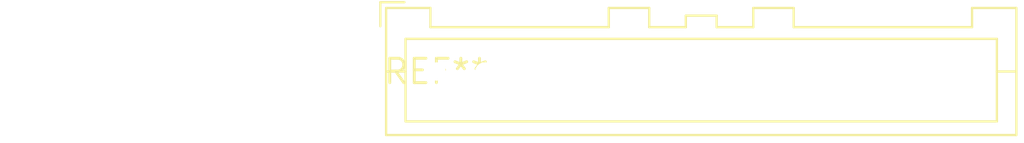
<source format=kicad_pcb>
(kicad_pcb (version 20240108) (generator pcbnew)
  (layers (0 "F.Cu" signal) (31 "B.Cu" signal) (34 "B.Paste" user) (35 "F.Paste" user) (36 "B.SilkS" user "B.Silkscreen") (37 "F.SilkS" user "F.Silkscreen") (38 "B.Mask" user) (39 "F.Mask" user) (44 "Edge.Cuts" user))
  (net 0 "")
  (footprint "JST_XA_B12B-XASK-1_1x12_P2.50mm_Vertical" (layer "F.Cu") (at 0 0)
    (property "Reference" "REF**")
    (property "Value" "JST_XA_B12B-XASK-1_1x12_P2.50mm_Vertical")
    (fp_line (start -2.91 -3.61) (end -2.91 -2.36) (layer "F.SilkS") (stroke (width 0.12)))
    (fp_line (start -2.61 -3.31) (end -2.61 3.31) (layer "F.SilkS") (stroke (width 0.12)))
    (fp_line (start -2.61 0) (end -1.6 0) (layer "F.SilkS") (stroke (width 0.12)))
    (fp_line (start -2.61 3.31) (end 30.11 3.31) (layer "F.SilkS") (stroke (width 0.12)))
    (fp_line (start -1.66 -3.61) (end -2.91 -3.61) (layer "F.SilkS") (stroke (width 0.12)))
    (fp_line (start -1.6 -1.7) (end -1.6 2.6) (layer "F.SilkS") (stroke (width 0.12)))
    (fp_line (start -1.6 2.6) (end 29.1 2.6) (layer "F.SilkS") (stroke (width 0.12)))
    (fp_line (start -0.31 -3.31) (end -2.61 -3.31) (layer "F.SilkS") (stroke (width 0.12)))
    (fp_line (start -0.31 -2.31) (end -0.31 -3.31) (layer "F.SilkS") (stroke (width 0.12)))
    (fp_line (start 8.95 -3.31) (end 8.95 -2.31) (layer "F.SilkS") (stroke (width 0.12)))
    (fp_line (start 8.95 -2.31) (end -0.31 -2.31) (layer "F.SilkS") (stroke (width 0.12)))
    (fp_line (start 11.05 -3.31) (end 8.95 -3.31) (layer "F.SilkS") (stroke (width 0.12)))
    (fp_line (start 11.05 -2.31) (end 11.05 -3.31) (layer "F.SilkS") (stroke (width 0.12)))
    (fp_line (start 12.95 -2.91) (end 12.95 -2.31) (layer "F.SilkS") (stroke (width 0.12)))
    (fp_line (start 12.95 -2.31) (end 11.05 -2.31) (layer "F.SilkS") (stroke (width 0.12)))
    (fp_line (start 14.55 -2.91) (end 12.95 -2.91) (layer "F.SilkS") (stroke (width 0.12)))
    (fp_line (start 14.55 -2.31) (end 14.55 -2.91) (layer "F.SilkS") (stroke (width 0.12)))
    (fp_line (start 16.45 -3.31) (end 16.45 -2.31) (layer "F.SilkS") (stroke (width 0.12)))
    (fp_line (start 16.45 -2.31) (end 14.55 -2.31) (layer "F.SilkS") (stroke (width 0.12)))
    (fp_line (start 18.55 -3.31) (end 16.45 -3.31) (layer "F.SilkS") (stroke (width 0.12)))
    (fp_line (start 18.55 -2.31) (end 18.55 -3.31) (layer "F.SilkS") (stroke (width 0.12)))
    (fp_line (start 27.81 -3.31) (end 27.81 -2.31) (layer "F.SilkS") (stroke (width 0.12)))
    (fp_line (start 27.81 -2.31) (end 18.55 -2.31) (layer "F.SilkS") (stroke (width 0.12)))
    (fp_line (start 29.1 -1.7) (end -1.6 -1.7) (layer "F.SilkS") (stroke (width 0.12)))
    (fp_line (start 29.1 2.6) (end 29.1 -1.7) (layer "F.SilkS") (stroke (width 0.12)))
    (fp_line (start 30.11 -3.31) (end 27.81 -3.31) (layer "F.SilkS") (stroke (width 0.12)))
    (fp_line (start 30.11 0) (end 29.1 0) (layer "F.SilkS") (stroke (width 0.12)))
    (fp_line (start 30.11 3.31) (end 30.11 -3.31) (layer "F.SilkS") (stroke (width 0.12)))
    (pad "1" thru_hole roundrect (at 0 0) (size 1.7 1.95) (drill 0.95) (layers *.Cu *.Mask) (remove_unused_layers) (roundrect_rratio 0.147059))
    (pad "2" thru_hole oval (at 2.5 0) (size 1.7 1.95) (drill 0.95) (layers *.Cu *.Mask) (remove_unused_layers))
    (pad "3" thru_hole oval (at 5 0) (size 1.7 1.95) (drill 0.95) (layers *.Cu *.Mask) (remove_unused_layers))
    (pad "4" thru_hole oval (at 7.5 0) (size 1.7 1.95) (drill 0.95) (layers *.Cu *.Mask) (remove_unused_layers))
    (pad "5" thru_hole oval (at 10 0) (size 1.7 1.95) (drill 0.95) (layers *.Cu *.Mask) (remove_unused_layers))
    (pad "6" thru_hole oval (at 12.5 0) (size 1.7 1.95) (drill 0.95) (layers *.Cu *.Mask) (remove_unused_layers))
    (pad "7" thru_hole oval (at 15 0) (size 1.7 1.95) (drill 0.95) (layers *.Cu *.Mask) (remove_unused_layers))
    (pad "8" thru_hole oval (at 17.5 0) (size 1.7 1.95) (drill 0.95) (layers *.Cu *.Mask) (remove_unused_layers))
    (pad "9" thru_hole oval (at 20 0) (size 1.7 1.95) (drill 0.95) (layers *.Cu *.Mask) (remove_unused_layers))
    (pad "10" thru_hole oval (at 22.5 0) (size 1.7 1.95) (drill 0.95) (layers *.Cu *.Mask) (remove_unused_layers))
    (pad "11" thru_hole oval (at 25 0) (size 1.7 1.95) (drill 0.95) (layers *.Cu *.Mask) (remove_unused_layers))
    (pad "12" thru_hole oval (at 27.5 0) (size 1.7 1.95) (drill 0.95) (layers *.Cu *.Mask) (remove_unused_layers))
  )
)
</source>
